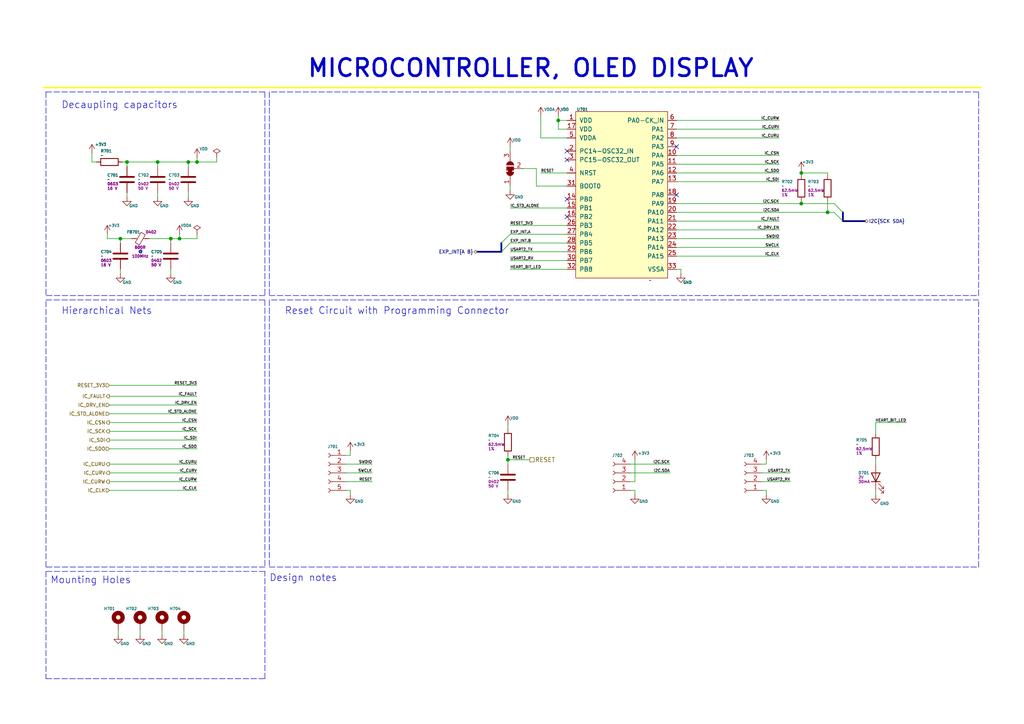
<source format=kicad_sch>
(kicad_sch (version 20211123) (generator eeschema)
  (paper "A4")
  (title_block (title "TMC6200-TA-T Eval Board") (date "2021-09-03") (rev "${REVISION}") (company "${COMPANY}") (comment 1 "${ENGINEER}") (comment 2 "${PHONE_NUMBER}") (comment 3 "${EMAIL}") (comment 4 "${SENTENCE}"))
  (lib_symbols
    (symbol "Connector:Conn_01x04_Female" (pin_names (offset 1.016) hide)
      (property "Reference" "J" (at 0 5.08 0))
      (property "Value" "Conn_01x04_Female" (at 0 -7.62 0))
      (symbol "Conn_01x04_Female_1_1"
        (arc (start 0 -4.572) (mid -0.508 -5.08) (end 0 -5.588) (stroke (width 0.1524)))
        (arc (start 0 -2.032) (mid -0.508 -2.54) (end 0 -3.048) (stroke (width 0.1524)))
        (polyline (pts (xy -1.27 -5.08) (xy -0.508 -5.08)) (stroke (width 0.1524)))
        (polyline (pts (xy -1.27 -2.54) (xy -0.508 -2.54)) (stroke (width 0.1524)))
        (polyline (pts (xy -1.27 0) (xy -0.508 0)) (stroke (width 0.1524)))
        (polyline (pts (xy -1.27 2.54) (xy -0.508 2.54)) (stroke (width 0.1524)))
        (arc (start 0 0.508) (mid -0.508 0) (end 0 -0.508) (stroke (width 0.1524)))
        (arc (start 0 3.048) (mid -0.508 2.54) (end 0 2.032) (stroke (width 0.1524)))
        (pin passive line (at -5.08 2.54 0) (length 3.81) (name "Pin_1") (number "1"))
        (pin passive line (at -5.08 0 0) (length 3.81) (name "Pin_2") (number "2"))
        (pin passive line (at -5.08 -2.54 0) (length 3.81) (name "Pin_3") (number "3"))
        (pin passive line (at -5.08 -5.08 0) (length 3.81) (name "Pin_4") (number "4"))
      )
    )
    (symbol "Connector:Conn_01x05_Female" (pin_names (offset 1.016) hide)
      (property "Reference" "J" (at 0 7.62 0))
      (property "Value" "Conn_01x05_Female" (at 0 -7.62 0))
      (symbol "Conn_01x05_Female_1_1"
        (arc (start 0 -4.572) (mid -0.508 -5.08) (end 0 -5.588) (stroke (width 0.1524)))
        (arc (start 0 -2.032) (mid -0.508 -2.54) (end 0 -3.048) (stroke (width 0.1524)))
        (polyline (pts (xy -1.27 -5.08) (xy -0.508 -5.08)) (stroke (width 0.1524)))
        (polyline (pts (xy -1.27 -2.54) (xy -0.508 -2.54)) (stroke (width 0.1524)))
        (polyline (pts (xy -1.27 0) (xy -0.508 0)) (stroke (width 0.1524)))
        (polyline (pts (xy -1.27 2.54) (xy -0.508 2.54)) (stroke (width 0.1524)))
        (polyline (pts (xy -1.27 5.08) (xy -0.508 5.08)) (stroke (width 0.1524)))
        (arc (start 0 0.508) (mid -0.508 0) (end 0 -0.508) (stroke (width 0.1524)))
        (arc (start 0 3.048) (mid -0.508 2.54) (end 0 2.032) (stroke (width 0.1524)))
        (arc (start 0 5.588) (mid -0.508 5.08) (end 0 4.572) (stroke (width 0.1524)))
        (pin passive line (at -5.08 5.08 0) (length 3.81) (name "Pin_1") (number "1"))
        (pin passive line (at -5.08 2.54 0) (length 3.81) (name "Pin_2") (number "2"))
        (pin passive line (at -5.08 0 0) (length 3.81) (name "Pin_3") (number "3"))
        (pin passive line (at -5.08 -2.54 0) (length 3.81) (name "Pin_4") (number "4"))
        (pin passive line (at -5.08 -5.08 0) (length 3.81) (name "Pin_5") (number "5"))
      )
    )
    (symbol "Device:C" (pin_numbers hide) (pin_names (offset 0.254))
      (property "Reference" "C" (at 0.635 2.54 0))
      (property "Value" "C" (at 0.635 -2.54 0))
      (symbol "C_0_1"
        (polyline (pts (xy -2.032 -0.762) (xy 2.032 -0.762)) (stroke (width 0.508)))
        (polyline (pts (xy -2.032 0.762) (xy 2.032 0.762)) (stroke (width 0.508)))
      )
      (symbol "C_1_1"
        (pin passive line (at 0 3.81 270) (length 2.794) (name "~") (number "1"))
        (pin passive line (at 0 -3.81 90) (length 2.794) (name "~") (number "2"))
      )
    )
    (symbol "Device:FerriteBead_Small" (pin_numbers hide) (pin_names (offset 0))
      (property "Reference" "FB" (at 1.905 1.27 0))
      (property "Value" "FerriteBead_Small" (at 1.905 -1.27 0))
      (symbol "FerriteBead_Small_0_1"
        (polyline (pts (xy 0 -1.27) (xy 0 -0.7874)))
        (polyline (pts (xy 0 0.889) (xy 0 1.2954)))
        (polyline (pts (xy -1.8288 0.2794) (xy -1.1176 1.4986) (xy 1.8288 -0.2032) (xy 1.1176 -1.4224) (xy -1.8288 0.2794)))
      )
      (symbol "FerriteBead_Small_1_1"
        (pin passive line (at 0 2.54 270) (length 1.27) (name "~") (number "1"))
        (pin passive line (at 0 -2.54 90) (length 1.27) (name "~") (number "2"))
      )
    )
    (symbol "Device:LED" (pin_numbers hide) (pin_names (offset 1.016) hide)
      (property "Reference" "D" (at 0 2.54 0))
      (property "Value" "LED" (at 0 -2.54 0))
      (symbol "LED_0_1"
        (polyline (pts (xy -1.27 -1.27) (xy -1.27 1.27)) (stroke (width 0.254)))
        (polyline (pts (xy -1.27 0) (xy 1.27 0)))
        (polyline (pts (xy 1.27 -1.27) (xy 1.27 1.27) (xy -1.27 0) (xy 1.27 -1.27)) (stroke (width 0.254)))
        (polyline (pts (xy -3.048 -0.762) (xy -4.572 -2.286) (xy -3.81 -2.286) (xy -4.572 -2.286) (xy -4.572 -1.524)))
        (polyline (pts (xy -1.778 -0.762) (xy -3.302 -2.286) (xy -2.54 -2.286) (xy -3.302 -2.286) (xy -3.302 -1.524)))
      )
      (symbol "LED_1_1"
        (pin passive line (at -3.81 0 0) (length 2.54) (name "K") (number "1"))
        (pin passive line (at 3.81 0 180) (length 2.54) (name "A") (number "2"))
      )
    )
    (symbol "Device:R" (pin_numbers hide) (pin_names (offset 0))
      (property "Reference" "R" (at 2.032 0 90))
      (property "Value" "R" (at 0 0 90))
      (symbol "R_0_1"
        (rectangle (start -1.016 -2.54) (end 1.016 2.54) (stroke (width 0.254)))
      )
      (symbol "R_1_1"
        (pin passive line (at 0 3.81 270) (length 1.27) (name "~") (number "1"))
        (pin passive line (at 0 -3.81 90) (length 1.27) (name "~") (number "2"))
      )
    )
    (symbol "Jumper:SolderJumper_3_Bridged12" (pin_names (offset 0) hide)
      (property "Reference" "JP" (at -2.54 -2.54 0))
      (property "Value" "SolderJumper_3_Bridged12" (at 0 2.794 0))
      (symbol "SolderJumper_3_Bridged12_0_1"
        (rectangle (start -1.016 0.508) (end -0.508 -0.508) (fill (type outline)))
        (arc (start -1.016 1.016) (mid -2.032 0) (end -1.016 -1.016))
        (arc (start -1.016 1.016) (mid -2.032 0) (end -1.016 -1.016) (fill (type outline)))
        (rectangle (start -0.508 1.016) (end 0.508 -1.016) (fill (type outline)))
        (polyline (pts (xy -2.54 0) (xy -2.032 0)))
        (polyline (pts (xy -1.016 1.016) (xy -1.016 -1.016)))
        (polyline (pts (xy 0 -1.27) (xy 0 -1.016)))
        (polyline (pts (xy 1.016 1.016) (xy 1.016 -1.016)))
        (polyline (pts (xy 2.54 0) (xy 2.032 0)))
        (arc (start 1.016 -1.016) (mid 2.032 0) (end 1.016 1.016))
        (arc (start 1.016 -1.016) (mid 2.032 0) (end 1.016 1.016) (fill (type outline)))
      )
      (symbol "SolderJumper_3_Bridged12_1_1"
        (pin passive line (at -5.08 0 0) (length 2.54) (name "A") (number "1"))
        (pin passive line (at 0 -3.81 90) (length 2.54) (name "C") (number "2"))
        (pin passive line (at 5.08 0 180) (length 2.54) (name "B") (number "3"))
      )
    )
    (symbol "Mechanical:MountingHole_Pad" (pin_numbers hide) (pin_names (offset 1.016) hide)
      (property "Reference" "H" (at 0 6.35 0))
      (property "Value" "MountingHole_Pad" (at 0 4.445 0))
      (symbol "MountingHole_Pad_0_1"
        (circle (center 0 1.27) (radius 1.27) (stroke (width 1.27)))
      )
      (symbol "MountingHole_Pad_1_1"
        (pin input line (at 0 -2.54 90) (length 2.54) (name "1") (number "1"))
      )
    )
    (symbol "QP_LIBRARY:STM32L031K6U3TR" (pin_names (offset 1.016))
      (property "Reference" "U701" (at -11.43 24.765 0))
      (property "Value" "STM32L031K6U3TR" (at 8.255 -24.765 0))
      (symbol "STM32L031K6U3TR_0_0"
        (pin power_in line (at -15.875 21.59 0) (length 2.54) (name "VDD") (number "1"))
        (pin passive line (at 15.875 11.43 180) (length 2.54) (name "PA4") (number "10"))
        (pin passive line (at 15.875 8.89 180) (length 2.54) (name "PA5") (number "11"))
        (pin passive line (at 15.875 6.35 180) (length 2.54) (name "PA6") (number "12"))
        (pin passive line (at 15.875 3.81 180) (length 2.54) (name "PA7") (number "13"))
        (pin passive line (at -15.875 -1.27 0) (length 2.54) (name "PB0") (number "14"))
        (pin passive line (at -15.875 -3.81 0) (length 2.54) (name "PB1") (number "15"))
        (pin passive line (at -15.875 -6.35 0) (length 2.54) (name "PB2") (number "16"))
        (pin power_in line (at -15.875 19.05 0) (length 2.54) (name "VDD") (number "17"))
        (pin passive line (at 15.875 0 180) (length 2.54) (name "PA8") (number "18"))
        (pin passive line (at 15.875 -2.54 180) (length 2.54) (name "PA9") (number "19"))
        (pin passive line (at -15.875 12.7 0) (length 2.54) (name "PC14-OSC32_IN") (number "2"))
        (pin passive line (at 15.875 -5.08 180) (length 2.54) (name "PA10") (number "20"))
        (pin passive line (at 15.875 -7.62 180) (length 2.54) (name "PA11") (number "21"))
        (pin passive line (at 15.875 -10.16 180) (length 2.54) (name "PA12") (number "22"))
        (pin passive line (at 15.875 -12.7 180) (length 2.54) (name "PA13") (number "23"))
        (pin passive line (at 15.875 -15.24 180) (length 2.54) (name "PA14") (number "24"))
        (pin passive line (at 15.875 -17.78 180) (length 2.54) (name "PA15") (number "25"))
        (pin passive line (at -15.875 -8.89 0) (length 2.54) (name "PB3") (number "26"))
        (pin passive line (at -15.875 -11.43 0) (length 2.54) (name "PB4") (number "27"))
        (pin passive line (at -15.875 -13.97 0) (length 2.54) (name "PB5") (number "28"))
        (pin passive line (at -15.875 -16.51 0) (length 2.54) (name "PB6") (number "29"))
        (pin passive line (at -15.875 10.16 0) (length 2.54) (name "PC15-OSC32_OUT") (number "3"))
        (pin passive line (at -15.875 -19.05 0) (length 2.54) (name "PB7") (number "30"))
        (pin passive line (at -15.875 2.54 0) (length 2.54) (name "BOOT0") (number "31"))
        (pin passive line (at -15.875 -21.59 0) (length 2.54) (name "PB8") (number "32"))
        (pin power_in line (at 15.875 -21.59 180) (length 2.54) (name "VSSA") (number "33"))
        (pin bidirectional line (at -15.875 6.35 0) (length 2.54) (name "NRST") (number "4"))
        (pin power_in line (at -15.875 16.51 0) (length 2.54) (name "VDDA") (number "5"))
        (pin passive line (at 15.875 21.59 180) (length 2.54) (name "PA0-CK_IN") (number "6"))
        (pin passive line (at 15.875 19.05 180) (length 2.54) (name "PA1") (number "7"))
        (pin passive line (at 15.875 16.51 180) (length 2.54) (name "PA2") (number "8"))
        (pin passive line (at 15.875 13.97 180) (length 2.54) (name "PA3") (number "9"))
      )
      (symbol "STM32L031K6U3TR_0_1"
        (rectangle (start -13.335 24.13) (end 13.335 -24.13) (fill (type background)))
      )
    )
    (symbol "power:+3.3V" (power) (pin_names (offset 0))
      (property "Value" "+3.3V" (at 0 3.556 0))
      (symbol "+3.3V_0_1"
        (polyline (pts (xy -0.762 1.27) (xy 0 2.54)))
        (polyline (pts (xy 0 0) (xy 0 2.54)))
        (polyline (pts (xy 0 2.54) (xy 0.762 1.27)))
      )
      (symbol "+3.3V_1_1"
        (pin power_in line (at 0 0 90) (length 0) hide (name "+3V3") (number "1"))
      )
    )
    (symbol "power:GND" (power) (pin_names (offset 0))
      (property "Value" "GND" (at 0 -3.81 0))
      (symbol "GND_0_1"
        (polyline (pts (xy 0 0) (xy 0 -1.27) (xy 1.27 -1.27) (xy 0 -2.54) (xy -1.27 -1.27) (xy 0 -1.27)))
      )
      (symbol "GND_1_1"
        (pin power_in line (at 0 0 270) (length 0) hide (name "GND") (number "1"))
      )
    )
    (symbol "power:PWR_FLAG" (power) (pin_numbers hide) (pin_names (offset 0) hide)
      (property "Value" "PWR_FLAG" (at 0 3.81 0))
      (symbol "PWR_FLAG_0_0"
        (pin power_out line (at 0 0 90) (length 0) (name "pwr") (number "1"))
      )
      (symbol "PWR_FLAG_0_1"
        (polyline (pts (xy 0 0) (xy 0 1.27) (xy -1.016 1.905) (xy 0 2.54) (xy 1.016 1.905) (xy 0 1.27)))
      )
    )
    (symbol "power:VDD" (power) (pin_names (offset 0))
      (property "Value" "VDD" (at 0 3.81 0))
      (symbol "VDD_0_1"
        (polyline (pts (xy -0.762 1.27) (xy 0 2.54)))
        (polyline (pts (xy 0 0) (xy 0 2.54)))
        (polyline (pts (xy 0 2.54) (xy 0.762 1.27)))
      )
      (symbol "VDD_1_1"
        (pin power_in line (at 0 0 90) (length 0) hide (name "VDD") (number "1"))
      )
    )
    (symbol "power:VDDA" (power) (pin_names (offset 0))
      (property "Value" "VDDA" (at 0 3.81 0))
      (symbol "VDDA_0_1"
        (polyline (pts (xy -0.762 1.27) (xy 0 2.54)))
        (polyline (pts (xy 0 0) (xy 0 2.54)))
        (polyline (pts (xy 0 2.54) (xy 0.762 1.27)))
      )
      (symbol "VDDA_1_1"
        (pin power_in line (at 0 0 90) (length 0) hide (name "VDDA") (number "1"))
      )
    )
  )
  (junction (at 147.32 133.35))
  (junction (at 240.03 61.595))
  (junction (at 36.83 46.99))
  (junction (at 49.53 69.215))
  (junction (at 34.925 69.215))
  (junction (at 232.41 50.165))
  (junction (at 161.925 34.925))
  (junction (at 52.07 69.215))
  (junction (at 57.15 46.99))
  (junction (at 232.41 59.055))
  (junction (at 54.61 46.99))
  (junction (at 45.72 46.99))
  (no_connect (at 196.215 56.515))
  (no_connect (at 164.465 43.815))
  (no_connect (at 164.465 57.785))
  (no_connect (at 164.465 46.355))
  (no_connect (at 196.215 42.545))
  (no_connect (at 164.465 62.865))
  (bus_entry (at 244.475 64.135) (size -2.54 -2.54))
  (bus_entry (at 145.415 70.485) (size 2.54 -2.54))
  (bus_entry (at 145.415 73.025) (size 2.54 -2.54))
  (bus_entry (at 244.475 61.595) (size -2.54 -2.54))
  (wire (pts (xy 31.75 111.76) (xy 57.15 111.76)))
  (wire (pts (xy 26.67 46.99) (xy 27.94 46.99)))
  (wire (pts (xy 57.15 46.99) (xy 57.15 45.72)))
  (wire (pts (xy 52.07 69.215) (xy 52.07 67.945)))
  (wire (pts (xy 57.15 122.555) (xy 31.75 122.555)))
  (wire (pts (xy 226.06 64.135) (xy 196.215 64.135)))
  (wire (pts (xy 147.955 67.945) (xy 164.465 67.945)))
  (wire (pts (xy 184.15 139.7) (xy 182.88 139.7)))
  (wire (pts (xy 31.75 114.935) (xy 57.15 114.935)))
  (wire (pts (xy 196.215 66.675) (xy 226.06 66.675)))
  (wire (pts (xy 34.925 69.215) (xy 38.1 69.215)))
  (wire (pts (xy 31.115 69.215) (xy 31.115 67.945)))
  (wire (pts (xy 164.465 37.465) (xy 161.925 37.465)))
  (wire (pts (xy 36.83 46.99) (xy 36.83 48.26)))
  (wire (pts (xy 57.15 137.16) (xy 31.75 137.16)))
  (wire (pts (xy 232.41 59.055) (xy 241.935 59.055)))
  (wire (pts (xy 226.06 37.465) (xy 196.215 37.465)))
  (wire (pts (xy 45.72 46.99) (xy 54.61 46.99)))
  (wire (pts (xy 161.925 33.655) (xy 161.925 34.925)))
  (wire (pts (xy 147.32 143.51) (xy 147.32 142.24)))
  (wire (pts (xy 254 134.62) (xy 254 133.35)))
  (bus (pts (xy 244.475 64.135) (xy 250.825 64.135)) (stroke (width 0.5)))
  (wire (pts (xy 155.575 48.895) (xy 151.765 48.895)))
  (polyline (pts (xy 13.335 26.67) (xy 13.335 85.725)))
  (wire (pts (xy 45.72 57.15) (xy 45.72 55.88)))
  (wire (pts (xy 232.41 50.165) (xy 240.03 50.165)))
  (wire (pts (xy 254 142.24) (xy 254 143.51)))
  (polyline (pts (xy 76.835 196.85) (xy 76.835 165.735)))
  (wire (pts (xy 226.06 52.705) (xy 196.215 52.705)))
  (wire (pts (xy 49.53 69.215) (xy 52.07 69.215)))
  (wire (pts (xy 196.215 71.755) (xy 226.06 71.755)))
  (wire (pts (xy 232.41 49.53) (xy 232.41 50.165)))
  (wire (pts (xy 147.955 70.485) (xy 164.465 70.485)))
  (wire (pts (xy 54.61 46.99) (xy 57.15 46.99)))
  (wire (pts (xy 226.06 47.625) (xy 196.215 47.625)))
  (wire (pts (xy 147.32 133.35) (xy 147.32 132.08)))
  (polyline (pts (xy 13.335 86.995) (xy 76.835 86.995)))
  (wire (pts (xy 147.32 134.62) (xy 147.32 133.35)))
  (wire (pts (xy 101.6 142.24) (xy 101.6 143.51)))
  (wire (pts (xy 43.18 69.215) (xy 49.53 69.215)))
  (wire (pts (xy 182.88 142.24) (xy 184.15 142.24)))
  (wire (pts (xy 164.465 65.405) (xy 147.955 65.405)))
  (wire (pts (xy 220.98 137.16) (xy 229.235 137.16)))
  (wire (pts (xy 156.845 50.165) (xy 164.465 50.165)))
  (wire (pts (xy 196.215 69.215) (xy 226.06 69.215)))
  (wire (pts (xy 54.61 57.15) (xy 54.61 55.88)))
  (polyline (pts (xy 283.845 26.67) (xy 78.105 26.67)))
  (wire (pts (xy 34.925 78.105) (xy 34.925 79.375)))
  (wire (pts (xy 34.29 184.15) (xy 34.29 182.88)))
  (wire (pts (xy 240.03 50.8) (xy 240.03 50.165)))
  (wire (pts (xy 197.485 78.105) (xy 196.215 78.105)))
  (wire (pts (xy 49.53 78.105) (xy 49.53 79.375)))
  (polyline (pts (xy 76.835 86.995) (xy 76.835 164.465)))
  (polyline (pts (xy 76.835 165.735) (xy 13.335 165.735)))
  (wire (pts (xy 100.33 132.08) (xy 101.6 132.08)))
  (wire (pts (xy 184.15 133.35) (xy 184.15 139.7)))
  (wire (pts (xy 222.25 142.24) (xy 222.25 143.51)))
  (wire (pts (xy 57.15 134.62) (xy 31.75 134.62)))
  (polyline (pts (xy 78.105 26.67) (xy 78.105 85.725)))
  (wire (pts (xy 147.32 124.46) (xy 147.32 123.19)))
  (wire (pts (xy 254 122.555) (xy 254 125.73)))
  (wire (pts (xy 31.75 142.24) (xy 57.15 142.24)))
  (wire (pts (xy 197.485 79.375) (xy 197.485 78.105)))
  (wire (pts (xy 40.64 184.15) (xy 40.64 182.88)))
  (wire (pts (xy 46.99 184.15) (xy 46.99 182.88)))
  (wire (pts (xy 147.955 78.105) (xy 164.465 78.105)))
  (wire (pts (xy 57.15 127.635) (xy 31.75 127.635)))
  (polyline (pts (xy 78.105 86.995) (xy 78.105 164.465)))
  (polyline (pts (xy 76.835 164.465) (xy 13.335 164.465)))
  (wire (pts (xy 100.33 137.16) (xy 107.95 137.16)))
  (wire (pts (xy 164.465 60.325) (xy 147.955 60.325)))
  (polyline (pts (xy 78.105 164.465) (xy 283.845 164.465)))
  (polyline (pts (xy 13.335 165.735) (xy 13.335 196.85)))
  (wire (pts (xy 147.955 42.545) (xy 147.955 43.815)))
  (wire (pts (xy 100.33 139.7) (xy 107.95 139.7)))
  (wire (pts (xy 57.15 46.99) (xy 62.865 46.99)))
  (polyline (pts (xy 12.7 25.4) (xy 284.48 25.4)) (stroke (width 0.4064) (type solid) (color 255 255 0 1)))
  (wire (pts (xy 57.15 67.945) (xy 57.15 69.215)))
  (wire (pts (xy 100.33 142.24) (xy 101.6 142.24)))
  (wire (pts (xy 161.925 34.925) (xy 164.465 34.925)))
  (wire (pts (xy 220.98 139.7) (xy 229.235 139.7)))
  (wire (pts (xy 57.15 130.175) (xy 31.75 130.175)))
  (wire (pts (xy 222.25 133.35) (xy 222.25 134.62)))
  (polyline (pts (xy 76.835 26.67) (xy 76.835 85.725)))
  (wire (pts (xy 147.955 55.245) (xy 147.955 53.975)))
  (wire (pts (xy 164.465 53.975) (xy 155.575 53.975)))
  (wire (pts (xy 164.465 75.565) (xy 147.955 75.565)))
  (wire (pts (xy 226.06 45.085) (xy 196.215 45.085)))
  (wire (pts (xy 57.15 139.7) (xy 31.75 139.7)))
  (wire (pts (xy 226.06 50.165) (xy 196.215 50.165)))
  (polyline (pts (xy 283.845 164.465) (xy 283.845 86.995)))
  (bus (pts (xy 138.43 73.025) (xy 145.415 73.025)) (stroke (width 0.5)))
  (wire (pts (xy 57.15 69.215) (xy 52.07 69.215)))
  (wire (pts (xy 31.75 117.475) (xy 57.15 117.475)))
  (polyline (pts (xy 283.845 85.725) (xy 283.845 26.67)))
  (wire (pts (xy 62.865 46.99) (xy 62.865 45.72)))
  (wire (pts (xy 196.215 61.595) (xy 240.03 61.595)))
  (polyline (pts (xy 13.335 26.67) (xy 76.835 26.67)))
  (wire (pts (xy 101.6 132.08) (xy 101.6 130.81)))
  (wire (pts (xy 240.03 61.595) (xy 241.935 61.595)))
  (wire (pts (xy 164.465 73.025) (xy 147.955 73.025)))
  (wire (pts (xy 182.88 134.62) (xy 194.31 134.62)))
  (wire (pts (xy 222.25 134.62) (xy 220.98 134.62)))
  (wire (pts (xy 164.465 40.005) (xy 156.845 40.005)))
  (polyline (pts (xy 76.835 85.725) (xy 13.335 85.725)))
  (wire (pts (xy 54.61 46.99) (xy 54.61 48.26)))
  (wire (pts (xy 182.88 137.16) (xy 194.31 137.16)))
  (wire (pts (xy 254 122.555) (xy 262.89 122.555)))
  (wire (pts (xy 53.34 184.15) (xy 53.34 182.88)))
  (wire (pts (xy 156.845 33.655) (xy 156.845 40.005)))
  (wire (pts (xy 34.925 69.215) (xy 34.925 70.485)))
  (polyline (pts (xy 283.845 86.995) (xy 78.105 86.995)))
  (wire (pts (xy 196.215 59.055) (xy 232.41 59.055)))
  (wire (pts (xy 45.72 46.99) (xy 45.72 48.26)))
  (wire (pts (xy 155.575 53.975) (xy 155.575 48.895)))
  (wire (pts (xy 57.15 125.095) (xy 31.75 125.095)))
  (wire (pts (xy 232.41 59.055) (xy 232.41 58.42)))
  (wire (pts (xy 35.56 46.99) (xy 36.83 46.99)))
  (wire (pts (xy 147.32 133.35) (xy 153.67 133.35)))
  (polyline (pts (xy 78.105 85.725) (xy 283.845 85.725)))
  (wire (pts (xy 161.925 34.925) (xy 161.925 37.465)))
  (wire (pts (xy 220.98 142.24) (xy 222.25 142.24)))
  (wire (pts (xy 100.33 134.62) (xy 107.95 134.62)))
  (wire (pts (xy 240.03 61.595) (xy 240.03 58.42)))
  (wire (pts (xy 184.15 142.24) (xy 184.15 143.51)))
  (bus (pts (xy 244.475 61.595) (xy 244.475 64.135)) (stroke (width 0.5)))
  (polyline (pts (xy 13.335 164.465) (xy 13.335 86.995)))
  (wire (pts (xy 49.53 69.215) (xy 49.53 70.485)))
  (wire (pts (xy 226.06 34.925) (xy 196.215 34.925)))
  (wire (pts (xy 232.41 50.165) (xy 232.41 50.8)))
  (polyline (pts (xy 13.335 196.85) (xy 76.835 196.85)))
  (wire (pts (xy 26.67 44.45) (xy 26.67 46.99)))
  (wire (pts (xy 36.83 57.15) (xy 36.83 55.88)))
  (wire (pts (xy 196.215 74.295) (xy 226.06 74.295)))
  (bus (pts (xy 145.415 70.485) (xy 145.415 73.025)) (stroke (width 0.5)))
  (wire (pts (xy 36.83 46.99) (xy 45.72 46.99)))
  (wire (pts (xy 57.15 120.015) (xy 31.75 120.015)))
  (wire (pts (xy 31.115 69.215) (xy 34.925 69.215)))
  (wire (pts (xy 226.06 40.005) (xy 196.215 40.005)))
  (text "Design notes" (at 78.105 168.91 0) (effects (font (size 2 2)) (justify left bottom)))
  (text "Reset Circuit with Programming Connector" (at 82.55 91.44 0) (effects (font (size 2 2)) (justify left bottom)))
  (text "@" (at 40.005 73.66 0) (effects (font (size 1 1)) (justify left bottom)))
  (text "Hierarchical Nets" (at 17.78 91.44 0) (effects (font (size 2 2)) (justify left bottom)))
  (text "Decaupling capacitors" (at 17.78 31.75 0) (effects (font (size 2 2)) (justify left bottom)))
  (text "MICROCONTROLLER, OLED DISPLAY" (at 88.9 22.86 0) (effects (font (size 5 5) (thickness 0.7976) bold) (justify left bottom)))
  (text "Mounting Holes" (at 14.605 169.545 0) (effects (font (size 2 2)) (justify left bottom)))
  (label "USART2_TX" (at 147.955 73.025 0) (effects (font (size 0.8 0.8))))
  (label "IC_CURV" (at 226.06 37.465 180) (effects (font (size 0.8 0.8))))
  (label "IC_CSN" (at 226.06 45.085 180) (effects (font (size 0.8 0.8))))
  (label "EXP_INT.A" (at 147.955 67.945 0) (effects (font (size 0.8 0.8))))
  (label "USART2_RX" (at 147.955 75.565 0) (effects (font (size 0.8 0.8))))
  (label "IC_CLK" (at 226.06 74.295 180) (effects (font (size 0.8 0.8))))
  (label "EXP_INT.B" (at 147.955 70.485 0) (effects (font (size 0.8 0.8))))
  (label "IC_CURW" (at 57.15 139.7 180) (effects (font (size 0.8 0.8))))
  (label "IC_STD_ALONE" (at 57.15 120.015 180) (effects (font (size 0.8 0.8))))
  (label "SWCLK" (at 107.95 137.16 180) (effects (font (size 0.8 0.8))))
  (label "RESET_3V3" (at 147.955 65.405 0) (effects (font (size 0.8 0.8))))
  (label "IC_SCK" (at 57.15 125.095 180) (effects (font (size 0.8 0.8))))
  (label "I2C.SCK" (at 226.06 59.055 180) (effects (font (size 0.8 0.8))))
  (label "RESET" (at 156.845 50.165 0) (effects (font (size 0.8 0.8))))
  (label "HEART_BIT_LED" (at 147.955 78.105 0) (effects (font (size 0.8 0.8))))
  (label "RESET" (at 107.95 139.7 180) (effects (font (size 0.8 0.8))))
  (label "I2C.SDA" (at 226.06 61.595 180) (effects (font (size 0.8 0.8))))
  (label "IC_DRV_EN" (at 57.15 117.475 180) (effects (font (size 0.8 0.8))))
  (label "RESET" (at 152.4 133.35 180) (effects (font (size 0.8 0.8))))
  (label "IC_DRV_EN" (at 226.06 66.675 180) (effects (font (size 0.8 0.8))))
  (label "SWDIO" (at 226.06 69.215 180) (effects (font (size 0.8 0.8))))
  (label "IC_FAULT" (at 226.06 64.135 180) (effects (font (size 0.8 0.8))))
  (label "RESET_3V3" (at 57.15 111.76 180) (effects (font (size 0.8 0.8))))
  (label "IC_CLK" (at 57.15 142.24 180) (effects (font (size 0.8 0.8))))
  (label "IC_SDI" (at 57.15 127.635 180) (effects (font (size 0.8 0.8))))
  (label "IC_SDO" (at 226.06 50.165 180) (effects (font (size 0.8 0.8))))
  (label "IC_SCK" (at 226.06 47.625 180) (effects (font (size 0.8 0.8))))
  (label "USART2_TX" (at 229.235 137.16 180) (effects (font (size 0.8 0.8))))
  (label "IC_SDI" (at 226.06 52.705 180) (effects (font (size 0.8 0.8))))
  (label "I2C.SDA" (at 194.31 137.16 180) (effects (font (size 0.8 0.8))))
  (label "IC_CURV" (at 57.15 137.16 180) (effects (font (size 0.8 0.8))))
  (label "IC_CURU" (at 57.15 134.62 180) (effects (font (size 0.8 0.8))))
  (label "IC_CURU" (at 226.06 40.005 180) (effects (font (size 0.8 0.8))))
  (label "IC_FAULT" (at 57.15 114.935 180) (effects (font (size 0.8 0.8))))
  (label "SWCLK" (at 226.06 71.755 180) (effects (font (size 0.8 0.8))))
  (label "IC_SDO" (at 57.15 130.175 180) (effects (font (size 0.8 0.8))))
  (label "IC_CSN" (at 57.15 122.555 180) (effects (font (size 0.8 0.8))))
  (label "IC_STD_ALONE" (at 147.955 60.325 0) (effects (font (size 0.8 0.8))))
  (label "SWDIO" (at 107.95 134.62 180) (effects (font (size 0.8 0.8))))
  (label "I2C.SCK" (at 194.31 134.62 180) (effects (font (size 0.8 0.8))))
  (label "HEART_BIT_LED" (at 262.89 122.555 180) (effects (font (size 0.8 0.8))))
  (label "IC_CURW" (at 226.06 34.925 180) (effects (font (size 0.8 0.8))))
  (label "USART2_RX" (at 229.235 139.7 180) (effects (font (size 0.8 0.8))))
  (hierarchical_label "RESET_3V3" (shape input) (at 31.75 111.76 180) (effects (font (size 1 1))))
  (hierarchical_label "IC_DRV_EN" (shape input) (at 31.75 117.475 180) (effects (font (size 1 1))))
  (hierarchical_label "IC_CSN" (shape output) (at 31.75 122.555 180) (effects (font (size 1 1))))
  (hierarchical_label "I2C{SCK SDA}" (shape bidirectional) (at 250.825 64.135 0) (effects (font (size 1 1))))
  (hierarchical_label "IC_SDI" (shape output) (at 31.75 127.635 180) (effects (font (size 1 1))))
  (hierarchical_label "IC_FAULT" (shape output) (at 31.75 114.935 180) (effects (font (size 1 1))))
  (hierarchical_label "IC_CURU" (shape output) (at 31.75 134.62 180) (effects (font (size 1 1))))
  (hierarchical_label "RESET" (shape passive) (at 153.67 133.35 0))
  (hierarchical_label "EXP_INT{A B}" (shape bidirectional) (at 138.43 73.025 180) (effects (font (size 1 1))))
  (hierarchical_label "IC_CLK" (shape input) (at 31.75 142.24 180) (effects (font (size 1 1))))
  (hierarchical_label "IC_SCK" (shape output) (at 31.75 125.095 180) (effects (font (size 1 1))))
  (hierarchical_label "IC_SDO" (shape input) (at 31.75 130.175 180) (effects (font (size 1 1))))
  (hierarchical_label "IC_CURW" (shape output) (at 31.75 139.7 180) (effects (font (size 1 1))))
  (hierarchical_label "IC_CURV" (shape output) (at 31.75 137.16 180) (effects (font (size 1 1))))
  (hierarchical_label "IC_STD_ALONE" (shape input) (at 31.75 120.015 180) (effects (font (size 1 1))))
  (symbol (lib_id "QP_LIBRARY:STM32L031K6U3TR") (at 180.34 56.515 0) (unit 1)
    (property "Reference" "U701" (at 168.91 31.75 0) (effects (font (size 0.8 0.8))))
    (property "Value" "~" (at 188.595 81.28 0) (effects (font (size 0.8 0.8))))
    (property "Datasheet" "https://pl.mouser.com/datasheet/2/389/dm00140359-1798360.pdf" (effects hide))
  )
  (symbol (lib_id "Device:C") (at 36.83 52.07 0) (mirror x) (unit 1)
    (property "Reference" "C701" (at 31.115 50.8 0) (effects (font (size 0.8 0.8)) (justify left)))
    (property "Value" "~" (at 31.115 52.07 0) (effects (font (size 0.8 0.8)) (justify left)))
    (property "Datasheet" "https://pl.mouser.com/datasheet/2/212/KEM_C1002_X7R_SMD-1102033.pdf" (effects hide))
    (property "Manufacturer" "KEMET" (effects hide))
    (property "Mfg number" "C0603C105K4RACTU " (effects hide))
    (property "Package" "0603" (at 31.115 53.34 0) (effects (font (size 0.8 0.8)) (justify left)))
    (property "Voltage" "16 V" (at 31.115 54.61 0) (effects (font (size 0.8 0.8)) (justify left)))
    (property "Izolation material" "X7R" (effects hide))
    (property "Tolerance" "10 %" (effects hide))
    (property "Part Number" "C0603C105K4RACTU " (effects hide))
  )
  (symbol (lib_id "Device:C") (at 34.925 74.295 0) (mirror x) (unit 1)
    (property "Reference" "C704" (at 29.21 73.025 0) (effects (font (size 0.8 0.8)) (justify left)))
    (property "Value" "~" (at 29.21 74.295 0) (effects (font (size 0.8 0.8)) (justify left)))
    (property "Datasheet" "https://pl.mouser.com/datasheet/2/212/KEM_C1002_X7R_SMD-1102033.pdf" (effects hide))
    (property "Manufacturer" "KEMET" (effects hide))
    (property "Mfg number" "C0603C105K4RACTU " (effects hide))
    (property "Package" "0603" (at 29.21 75.565 0) (effects (font (size 0.8 0.8)) (justify left)))
    (property "Voltage" "16 V" (at 29.21 76.835 0) (effects (font (size 0.8 0.8)) (justify left)))
    (property "Izolation material" "X7R" (effects hide))
    (property "Tolerance" "10 %" (effects hide))
    (property "Part Number" "C0603C105K4RACTU " (effects hide))
  )
  (symbol (lib_id "Device:C") (at 45.72 52.07 0) (unit 1)
    (property "Reference" "C702" (at 40.005 50.8 0) (effects (font (size 0.8 0.8)) (justify left)))
    (property "Value" "~" (at 40.005 52.07 0) (effects (font (size 0.8 0.8)) (justify left)))
    (property "Datasheet" "https://pl.mouser.com/datasheet/2/281/1/GRM155C71H104JE19_01A-1983567.pdf" (effects hide))
    (property "Manufacturer" "Murata Electronics" (effects hide))
    (property "Mfg number" "GRM155C71H104JE19D " (effects hide))
    (property "Package" "0402" (at 40.005 53.34 0) (effects (font (size 0.8 0.8)) (justify left)))
    (property "Voltage" "50 V" (at 40.005 54.61 0) (effects (font (size 0.8 0.8)) (justify left)))
    (property "Izolation material" "X7S" (effects hide))
    (property "Tolerance" "5%" (effects hide))
    (property "Part Number" "GRM155C71H104JE19D " (effects hide))
  )
  (symbol (lib_id "Device:C") (at 54.61 52.07 0) (unit 1)
    (property "Reference" "C703" (at 48.895 50.8 0) (effects (font (size 0.8 0.8)) (justify left)))
    (property "Value" "~" (at 48.895 52.07 0) (effects (font (size 0.8 0.8)) (justify left)))
    (property "Datasheet" "https://pl.mouser.com/datasheet/2/281/1/GRM155C71H104JE19_01A-1983567.pdf" (effects hide))
    (property "Manufacturer" "Murata Electronics" (effects hide))
    (property "Mfg number" "GRM155C71H104JE19D " (effects hide))
    (property "Package" "0402" (at 48.895 53.34 0) (effects (font (size 0.8 0.8)) (justify left)))
    (property "Voltage" "50 V" (at 48.895 54.61 0) (effects (font (size 0.8 0.8)) (justify left)))
    (property "Izolation material" "X7S" (effects hide))
    (property "Tolerance" "5%" (effects hide))
    (property "Part Number" "GRM155C71H104JE19D " (effects hide))
  )
  (symbol (lib_id "Device:C") (at 49.53 74.295 0) (unit 1)
    (property "Reference" "C705" (at 43.815 73.025 0) (effects (font (size 0.8 0.8)) (justify left)))
    (property "Value" "~" (at 43.815 74.295 0) (effects (font (size 0.8 0.8)) (justify left)))
    (property "Datasheet" "https://pl.mouser.com/datasheet/2/281/1/GRM155C71H104JE19_01A-1983567.pdf" (effects hide))
    (property "Manufacturer" "Murata Electronics" (effects hide))
    (property "Mfg number" "GRM155C71H104JE19D " (effects hide))
    (property "Package" "0402" (at 43.815 75.565 0) (effects (font (size 0.8 0.8)) (justify left)))
    (property "Voltage" "50 V" (at 43.815 76.835 0) (effects (font (size 0.8 0.8)) (justify left)))
    (property "Izolation material" "X7S" (effects hide))
    (property "Tolerance" "5%" (effects hide))
    (property "Part Number" "GRM155C71H104JE19D " (effects hide))
  )
  (symbol (lib_id "power:+3.3V") (at 26.67 44.45 0) (unit 1)
    (property "Reference" "#PWR0704" (effects hide))
  )
  (symbol (lib_id "power:+3.3V") (at 31.115 67.945 0) (unit 1)
    (property "Reference" "#PWR0711" (effects hide))
  )
  (symbol (lib_id "power:GND") (at 197.485 79.375 0) (mirror y) (unit 1)
    (property "Reference" "#PWR0715" (effects hide))
  )
  (symbol (lib_id "power:GND") (at 36.83 57.15 0) (mirror y) (unit 1)
    (property "Reference" "#PWR0708" (effects hide))
  )
  (symbol (lib_id "power:GND") (at 45.72 57.15 0) (mirror y) (unit 1)
    (property "Reference" "#PWR0709" (effects hide))
  )
  (symbol (lib_id "power:GND") (at 54.61 57.15 0) (mirror y) (unit 1)
    (property "Reference" "#PWR0710" (effects hide))
  )
  (symbol (lib_id "power:GND") (at 49.53 79.375 0) (mirror y) (unit 1)
    (property "Reference" "#PWR0714" (effects hide))
  )
  (symbol (lib_id "power:GND") (at 34.925 79.375 0) (mirror y) (unit 1)
    (property "Reference" "#PWR0713" (effects hide))
  )
  (symbol (lib_id "Device:FerriteBead_Small") (at 40.64 69.215 270) (unit 1)
    (property "Reference" "FB701" (at 38.735 67.31 90) (effects (font (size 0.8 0.8))))
    (property "Datasheet" "https://pl.mouser.com/datasheet/2/281/QNFA9118-1915745.pdf" (effects hide))
    (property "Manufacturer" "Murata Electronics" (effects hide))
    (property "Package" "0402" (at 43.815 67.31 90) (effects (font (size 0.8 0.8))))
    (property "Part Number" "BLM15BD601SZ1D" (effects hide))
    (property "Impedance" "600R" (at 40.64 71.755 90) (effects (font (size 0.8 0.8))))
    (property "Max DC Current" "200mA" (effects hide))
    (property "Tolerance" "25%" (effects hide))
    (property "Max DC Resistance" "650mR" (effects hide))
    (property "Frequency" "100MHz" (at 40.64 74.295 90) (effects (font (size 0.8 0.8))))
  )
  (symbol (lib_id "power:VDD") (at 57.15 45.72 0) (unit 1)
    (property "Reference" "#PWR0705" (effects hide))
  )
  (symbol (lib_id "power:VDDA") (at 52.07 67.945 0) (unit 1)
    (property "Reference" "#PWR0712" (effects hide))
  )
  (symbol (lib_id "power:VDDA") (at 156.845 33.655 0) (unit 1)
    (property "Reference" "#PWR0701" (effects hide))
  )
  (symbol (lib_id "power:VDD") (at 161.925 33.655 0) (unit 1)
    (property "Reference" "#PWR0702" (effects hide))
  )
  (symbol (lib_id "power:VDD") (at 147.32 123.19 0) (unit 1)
    (property "Reference" "#PWR0716" (effects hide))
  )
  (symbol (lib_id "power:GND") (at 147.32 143.51 0) (mirror y) (unit 1)
    (property "Reference" "#PWR0721" (effects hide))
  )
  (symbol (lib_id "Device:C") (at 147.32 138.43 0) (unit 1)
    (property "Reference" "C706" (at 141.605 137.16 0) (effects (font (size 0.8 0.8)) (justify left)))
    (property "Value" "~" (at 141.605 138.43 0) (effects (font (size 0.8 0.8)) (justify left)))
    (property "Datasheet" "https://pl.mouser.com/datasheet/2/281/1/GRM155C71H104JE19_01A-1983567.pdf" (effects hide))
    (property "Manufacturer" "Murata Electronics" (effects hide))
    (property "Mfg number" "GRM155C71H104JE19D " (effects hide))
    (property "Package" "0402" (at 141.605 139.7 0) (effects (font (size 0.8 0.8)) (justify left)))
    (property "Voltage" "50 V" (at 141.605 140.97 0) (effects (font (size 0.8 0.8)) (justify left)))
    (property "Izolation material" "X7S" (effects hide))
    (property "Tolerance" "5%" (effects hide))
    (property "Part Number" "GRM155C71H104JE19D " (effects hide))
  )
  (symbol (lib_id "Device:R") (at 147.32 128.27 0) (mirror x) (unit 1)
    (property "Reference" "R704" (at 141.605 126.365 0) (effects (font (size 0.8 0.8)) (justify left)))
    (property "Value" "~" (at 141.605 127.635 0) (effects (font (size 0.8 0.8)) (justify left)))
    (property "Datasheet" "https://pl.mouser.com/datasheet/2/447/PYu_RC_Group_51_RoHS_L_10-1664068.pdf" (effects hide))
    (property "Manufacturer" "Yageo " (effects hide))
    (property "Package" "0402" (effects hide))
    (property "Part Number" "RC0402FR-0710KL" (effects hide))
    (property "Nominal Power" "62.5mW" (at 141.605 128.905 0) (effects (font (size 0.8 0.8)) (justify left)))
    (property "Tolerance" "1%" (at 141.605 130.175 0) (effects (font (size 0.8 0.8)) (justify left)))
    (property "Voltage" "50V" (effects hide))
    (property "Type" "Thick Film" (effects hide))
    (property "TempCo" "100PPM/C" (effects hide))
  )
  (symbol (lib_id "Jumper:SolderJumper_3_Bridged12") (at 147.955 48.895 90) (unit 1)
    (property "Reference" "JP701" (effects hide))
  )
  (symbol (lib_id "power:VDD") (at 147.955 42.545 0) (unit 1)
    (property "Reference" "#PWR0703" (effects hide))
  )
  (symbol (lib_id "power:GND") (at 147.955 55.245 0) (mirror y) (unit 1)
    (property "Reference" "#PWR0707" (effects hide))
  )
  (symbol (lib_id "Device:R") (at 31.75 46.99 270) (mirror x) (unit 1)
    (property "Reference" "R701" (at 29.21 43.815 90) (effects (font (size 0.8 0.8)) (justify left)))
    (property "Value" "~" (at 29.21 45.085 90) (effects (font (size 0.8 0.8)) (justify left)))
    (property "Datasheet" "https://pl.mouser.com/datasheet/2/54/crxxxxx-1858361.pdf" (effects hide))
    (property "Manufacturer" "Bourns" (effects hide))
    (property "Package" "0402" (effects hide))
    (property "Part Number" "CR0402-J/-000GLF" (effects hide))
    (property "Nominal Power" "-" (effects hide))
    (property "Tolerance" "5%" (effects hide))
    (property "Voltage" "-" (effects hide))
    (property "Type" "Thick Film" (effects hide))
    (property "TempCo" "100PPM/C" (effects hide))
  )
  (symbol (lib_id "Device:LED") (at 254 138.43 90) (unit 1)
    (property "Reference" "D701" (at 248.92 137.16 90) (effects (font (size 0.8 0.8)) (justify right)))
    (property "Datasheet" "https://pl.mouser.com/datasheet/2/445/150040VS73240-1715045.pdf" (effects hide))
    (property "Manufacturer" "Wurth Elektronik" (effects hide))
    (property "Package" "0402" (effects hide))
    (property "Description" "Standard LEDs - SMD WL-SMCC SMD MonoChip LED 0402 BrtGrn572nm " (effects hide))
    (property "Part Number" "150040VS73240" (effects hide))
    (property "Color" "Green" (effects hide))
    (property "Forward Current" "30mA" (at 248.92 139.7 90) (effects (font (size 0.8 0.8)) (justify right)))
    (property "Forward Voltage" "2V" (at 248.92 138.43 90) (effects (font (size 0.8 0.8)) (justify right)))
  )
  (symbol (lib_id "Device:R") (at 254 129.54 0) (mirror x) (unit 1)
    (property "Reference" "R705" (at 248.285 127.635 0) (effects (font (size 0.8 0.8)) (justify left)))
    (property "Value" "~" (at 248.285 128.905 0) (effects (font (size 0.8 0.8)) (justify left)))
    (property "Datasheet" "https://pl.mouser.com/datasheet/2/447/PYu_RC_Group_51_RoHS_L_10-1664068.pdf" (effects hide))
    (property "Manufacturer" "YAGEO" (effects hide))
    (property "Package" "0402" (effects hide))
    (property "Part Number" "RC0402FR-0760R4L" (effects hide))
    (property "Nominal Power" "62.5mW" (at 248.285 130.175 0) (effects (font (size 0.8 0.8)) (justify left)))
    (property "Tolerance" "1%" (at 248.285 131.445 0) (effects (font (size 0.8 0.8)) (justify left)))
    (property "Voltage" "50V" (effects hide))
    (property "Type" "Thick Film" (effects hide))
    (property "TempCo" "100PPM/C" (effects hide))
  )
  (symbol (lib_id "Connector:Conn_01x05_Female") (at 95.25 137.16 0) (mirror y) (unit 1)
    (property "Reference" "J701" (at 96.52 129.54 0) (effects (font (size 0.8 0.8))))
  )
  (symbol (lib_id "Mechanical:MountingHole_Pad") (at 34.29 180.34 0) (unit 1)
    (property "Reference" "H701" (at 31.75 176.53 0) (effects (font (size 0.8 0.8))))
  )
  (symbol (lib_id "Mechanical:MountingHole_Pad") (at 40.64 180.34 0) (unit 1)
    (property "Reference" "H702" (at 38.1 176.53 0) (effects (font (size 0.8 0.8))))
  )
  (symbol (lib_id "power:PWR_FLAG") (at 62.865 45.72 0) (unit 1)
    (property "Reference" "#FLG0701" (effects hide))
  )
  (symbol (lib_id "Mechanical:MountingHole_Pad") (at 46.99 180.34 0) (unit 1)
    (property "Reference" "H703" (at 44.45 176.53 0) (effects (font (size 0.8 0.8))))
  )
  (symbol (lib_id "Mechanical:MountingHole_Pad") (at 53.34 180.34 0) (unit 1)
    (property "Reference" "H704" (at 50.8 176.53 0) (effects (font (size 0.8 0.8))))
  )
  (symbol (lib_id "power:PWR_FLAG") (at 57.15 67.945 0) (unit 1)
    (property "Reference" "#FLG0702" (effects hide))
  )
  (symbol (lib_id "power:GND") (at 101.6 143.51 0) (mirror y) (unit 1)
    (property "Reference" "#PWR0720" (effects hide))
  )
  (symbol (lib_id "power:+3.3V") (at 101.6 130.81 0) (unit 1)
    (property "Reference" "#PWR0717" (effects hide))
  )
  (symbol (lib_id "Connector:Conn_01x04_Female") (at 177.8 139.7 180) (unit 1)
    (property "Reference" "J702" (at 179.07 132.08 0) (effects (font (size 0.8 0.8))))
  )
  (symbol (lib_id "power:GND") (at 184.15 143.51 0) (mirror y) (unit 1)
    (property "Reference" "#PWR0722" (effects hide))
  )
  (symbol (lib_id "power:+3.3V") (at 184.15 133.35 0) (unit 1)
    (property "Reference" "#PWR0718" (effects hide))
  )
  (symbol (lib_id "Device:R") (at 232.41 54.61 0) (mirror x) (unit 1)
    (property "Reference" "R702" (at 226.695 52.705 0) (effects (font (size 0.8 0.8)) (justify left)))
    (property "Value" "~" (at 226.695 53.975 0) (effects (font (size 0.8 0.8)) (justify left)))
    (property "Datasheet" "https://pl.mouser.com/datasheet/2/447/PYu_RC_Group_51_RoHS_L_10-1664068.pdf" (effects hide))
    (property "Manufacturer" "Yageo " (effects hide))
    (property "Package" "0402" (effects hide))
    (property "Part Number" "RC0402FR-0710KL" (effects hide))
    (property "Nominal Power" "62.5mW" (at 226.695 55.245 0) (effects (font (size 0.8 0.8)) (justify left)))
    (property "Tolerance" "1%" (at 226.695 56.515 0) (effects (font (size 0.8 0.8)) (justify left)))
    (property "Voltage" "50V" (effects hide))
    (property "Type" "Thick Film" (effects hide))
    (property "TempCo" "100PPM/C" (effects hide))
  )
  (symbol (lib_id "Device:R") (at 240.03 54.61 0) (mirror x) (unit 1)
    (property "Reference" "R703" (at 234.315 52.705 0) (effects (font (size 0.8 0.8)) (justify left)))
    (property "Value" "~" (at 234.315 53.975 0) (effects (font (size 0.8 0.8)) (justify left)))
    (property "Datasheet" "https://pl.mouser.com/datasheet/2/447/PYu_RC_Group_51_RoHS_L_10-1664068.pdf" (effects hide))
    (property "Manufacturer" "Yageo " (effects hide))
    (property "Package" "0402" (effects hide))
    (property "Part Number" "RC0402FR-0710KL" (effects hide))
    (property "Nominal Power" "62.5mW" (at 234.315 55.245 0) (effects (font (size 0.8 0.8)) (justify left)))
    (property "Tolerance" "1%" (at 234.315 56.515 0) (effects (font (size 0.8 0.8)) (justify left)))
    (property "Voltage" "50V" (effects hide))
    (property "Type" "Thick Film" (effects hide))
    (property "TempCo" "100PPM/C" (effects hide))
  )
  (symbol (lib_id "power:+3.3V") (at 232.41 49.53 0) (unit 1)
    (property "Reference" "#PWR0706" (effects hide))
  )
  (symbol (lib_id "Connector:Conn_01x04_Female") (at 215.9 139.7 180) (unit 1)
    (property "Reference" "J703" (at 217.17 132.08 0) (effects (font (size 0.8 0.8))))
  )
  (symbol (lib_id "power:GND") (at 222.25 143.51 0) (mirror y) (unit 1)
    (property "Reference" "#PWR0723" (effects hide))
  )
  (symbol (lib_id "power:+3.3V") (at 222.25 133.35 0) (unit 1)
    (property "Reference" "#PWR0719" (effects hide))
  )
  (symbol (lib_id "power:GND") (at 254 143.51 0) (unit 1)
    (property "Reference" "#PWR0724" (effects hide))
  )
  (symbol (lib_id "power:GND") (at 40.64 184.15 0) (mirror y) (unit 1)
    (property "Reference" "#PWR0101" (effects hide))
  )
  (symbol (lib_id "power:GND") (at 46.99 184.15 0) (mirror y) (unit 1)
    (property "Reference" "#PWR0104" (effects hide))
  )
  (symbol (lib_id "power:GND") (at 34.29 184.15 0) (mirror y) (unit 1)
    (property "Reference" "#PWR0102" (effects hide))
  )
  (symbol (lib_id "power:GND") (at 53.34 184.15 0) (mirror y) (unit 1)
    (property "Reference" "#PWR0103" (effects hide))
  )
)
</source>
